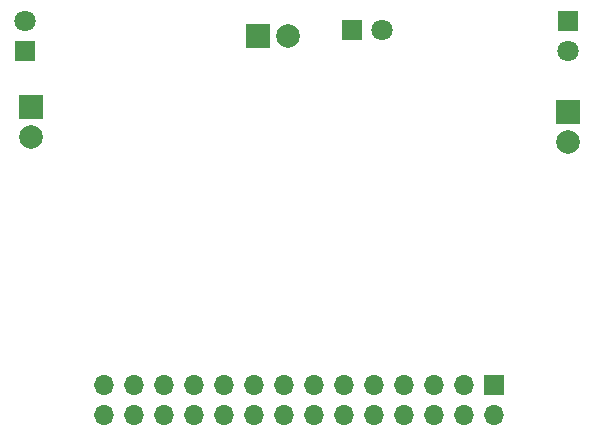
<source format=gbr>
%TF.GenerationSoftware,KiCad,Pcbnew,8.0.1*%
%TF.CreationDate,2024-03-25T00:54:51+02:00*%
%TF.ProjectId,3088,33303838-2e6b-4696-9361-645f70636258,rev?*%
%TF.SameCoordinates,Original*%
%TF.FileFunction,Soldermask,Bot*%
%TF.FilePolarity,Negative*%
%FSLAX46Y46*%
G04 Gerber Fmt 4.6, Leading zero omitted, Abs format (unit mm)*
G04 Created by KiCad (PCBNEW 8.0.1) date 2024-03-25 00:54:51*
%MOMM*%
%LPD*%
G01*
G04 APERTURE LIST*
%ADD10C,1.800000*%
%ADD11R,1.800000X1.800000*%
%ADD12O,1.700000X1.700000*%
%ADD13R,1.700000X1.700000*%
%ADD14R,2.000000X2.000000*%
%ADD15C,2.000000*%
G04 APERTURE END LIST*
D10*
%TO.C,Q3*%
X121000000Y-53735000D03*
D11*
X121000000Y-56275000D03*
%TD*%
D10*
%TO.C,Q4*%
X167000000Y-56265000D03*
D11*
X167000000Y-53725000D03*
%TD*%
D10*
%TO.C,Q2*%
X151265000Y-54500000D03*
D11*
X148725000Y-54500000D03*
%TD*%
D12*
%TO.C,J1*%
X127680000Y-87040000D03*
X127680000Y-84500000D03*
X130220000Y-87040000D03*
X130220000Y-84500000D03*
X132760000Y-87040000D03*
X132760000Y-84500000D03*
X135300000Y-87040000D03*
X135300000Y-84500000D03*
X137840000Y-87040000D03*
X137840000Y-84500000D03*
X140380000Y-87040000D03*
X140380000Y-84500000D03*
X142920000Y-87040000D03*
X142920000Y-84500000D03*
X145460000Y-87040000D03*
X145460000Y-84500000D03*
X148000000Y-87040000D03*
X148000000Y-84500000D03*
X150540000Y-87040000D03*
X150540000Y-84500000D03*
X153080000Y-87040000D03*
X153080000Y-84500000D03*
X155620000Y-87040000D03*
X155620000Y-84500000D03*
X158160000Y-87040000D03*
X158160000Y-84500000D03*
X160700000Y-87040000D03*
D13*
X160700000Y-84500000D03*
%TD*%
D14*
%TO.C,D4*%
X167000000Y-61460000D03*
D15*
X167000000Y-64000000D03*
%TD*%
D14*
%TO.C,D2*%
X121500000Y-60960000D03*
D15*
X121500000Y-63500000D03*
%TD*%
D14*
%TO.C,D1*%
X140730000Y-55000000D03*
D15*
X143270000Y-55000000D03*
%TD*%
M02*

</source>
